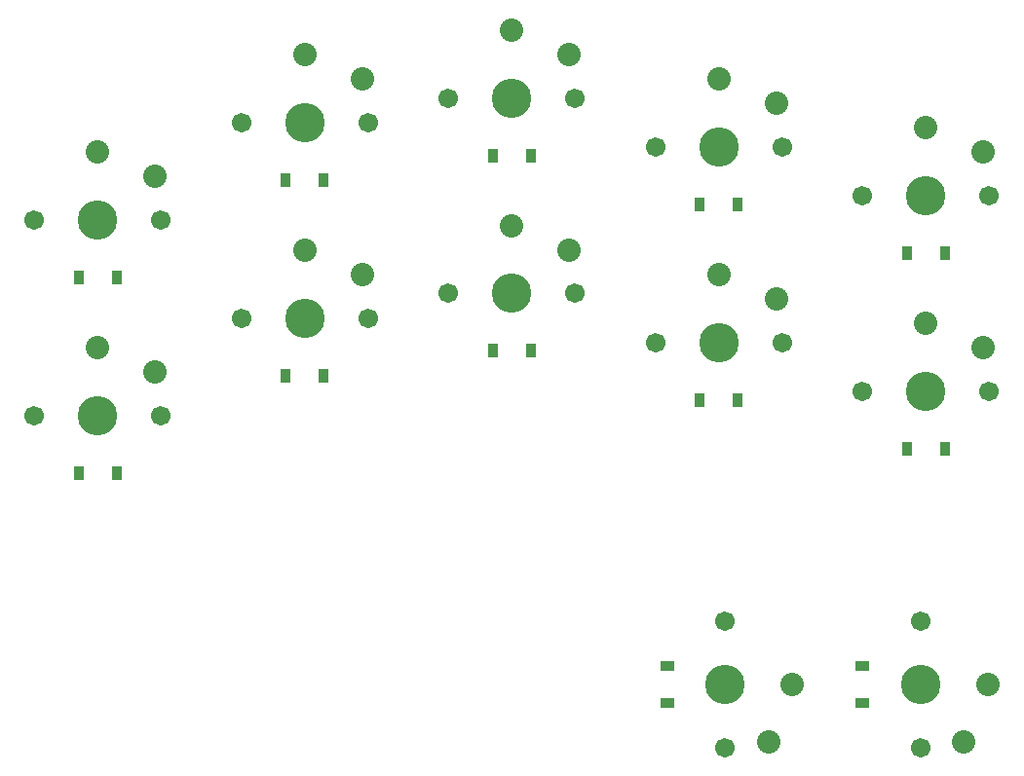
<source format=gbs>
G04 #@! TF.GenerationSoftware,KiCad,Pcbnew,7.0.8*
G04 #@! TF.CreationDate,2024-04-01T22:38:09+01:00*
G04 #@! TF.ProjectId,left,6c656674-2e6b-4696-9361-645f70636258,v1.0.0*
G04 #@! TF.SameCoordinates,Original*
G04 #@! TF.FileFunction,Soldermask,Bot*
G04 #@! TF.FilePolarity,Negative*
%FSLAX46Y46*%
G04 Gerber Fmt 4.6, Leading zero omitted, Abs format (unit mm)*
G04 Created by KiCad (PCBNEW 7.0.8) date 2024-04-01 22:38:09*
%MOMM*%
%LPD*%
G01*
G04 APERTURE LIST*
%ADD10C,3.429000*%
%ADD11C,1.701800*%
%ADD12C,2.032000*%
%ADD13R,0.900000X1.200000*%
%ADD14R,1.200000X0.900000*%
G04 APERTURE END LIST*
D10*
X109000000Y-136125000D03*
D11*
X114500000Y-136125000D03*
X103500000Y-136125000D03*
D12*
X114000000Y-132325000D03*
X109000000Y-130225000D03*
D10*
X109000000Y-119125000D03*
D11*
X114500000Y-119125000D03*
X103500000Y-119125000D03*
D12*
X114000000Y-115325000D03*
X109000000Y-113225000D03*
D10*
X127000000Y-127625000D03*
D11*
X132500000Y-127625000D03*
X121500000Y-127625000D03*
D12*
X132000000Y-123825000D03*
X127000000Y-121725000D03*
D10*
X127000000Y-110625000D03*
D11*
X132500000Y-110625000D03*
X121500000Y-110625000D03*
D12*
X132000000Y-106825000D03*
X127000000Y-104725000D03*
D10*
X145000000Y-125500000D03*
D11*
X150500000Y-125500000D03*
X139500000Y-125500000D03*
D12*
X150000000Y-121700000D03*
X145000000Y-119600000D03*
D10*
X145000000Y-108500000D03*
D11*
X150500000Y-108500000D03*
X139500000Y-108500000D03*
D12*
X150000000Y-104700000D03*
X145000000Y-102600000D03*
D10*
X163000000Y-129750000D03*
D11*
X168500000Y-129750000D03*
X157500000Y-129750000D03*
D12*
X168000000Y-125950000D03*
X163000000Y-123850000D03*
D10*
X163000000Y-112750000D03*
D11*
X168500000Y-112750000D03*
X157500000Y-112750000D03*
D12*
X168000000Y-108950000D03*
X163000000Y-106850000D03*
D10*
X181000000Y-134000000D03*
D11*
X186500000Y-134000000D03*
X175500000Y-134000000D03*
D12*
X186000000Y-130200000D03*
X181000000Y-128100000D03*
D10*
X181000000Y-117000000D03*
D11*
X186500000Y-117000000D03*
X175500000Y-117000000D03*
D12*
X186000000Y-113200000D03*
X181000000Y-111100000D03*
D10*
X163500000Y-159500000D03*
D11*
X163500000Y-165000000D03*
X163500000Y-154000000D03*
D12*
X167300000Y-164500000D03*
X169400000Y-159500000D03*
D10*
X180500000Y-159500000D03*
D11*
X180500000Y-165000000D03*
X180500000Y-154000000D03*
D12*
X184300000Y-164500000D03*
X186400000Y-159500000D03*
D13*
X107350000Y-141125000D03*
X110650000Y-141125000D03*
X107350000Y-124125000D03*
X110650000Y-124125000D03*
X125350000Y-132625000D03*
X128650000Y-132625000D03*
X125350000Y-115625000D03*
X128650000Y-115625000D03*
X143350000Y-130500000D03*
X146650000Y-130500000D03*
X143350000Y-113500000D03*
X146650000Y-113500000D03*
X161350000Y-134750000D03*
X164650000Y-134750000D03*
X161350000Y-117750000D03*
X164650000Y-117750000D03*
X179350000Y-139000000D03*
X182650000Y-139000000D03*
X179350000Y-122000000D03*
X182650000Y-122000000D03*
D14*
X158500000Y-157850000D03*
X158500000Y-161150000D03*
X175500000Y-157850000D03*
X175500000Y-161150000D03*
M02*

</source>
